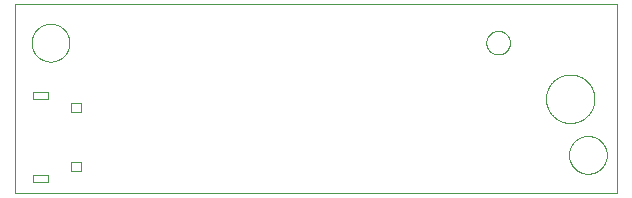
<source format=gko>
G75*
%MOIN*%
%OFA0B0*%
%FSLAX25Y25*%
%IPPOS*%
%LPD*%
%AMOC8*
5,1,8,0,0,1.08239X$1,22.5*
%
%ADD10C,0.00000*%
D10*
X0003343Y0020744D02*
X0003343Y0083736D01*
X0204131Y0083736D01*
X0204131Y0020744D01*
X0003343Y0020744D01*
X0009366Y0024620D02*
X0014484Y0024620D01*
X0014484Y0026982D01*
X0009366Y0026982D01*
X0009366Y0024620D01*
X0022063Y0028163D02*
X0022063Y0031313D01*
X0025409Y0031313D01*
X0025409Y0028163D01*
X0022063Y0028163D01*
X0022063Y0047848D02*
X0022063Y0050998D01*
X0025409Y0050998D01*
X0025409Y0047848D01*
X0022063Y0047848D01*
X0014484Y0052179D02*
X0014484Y0054541D01*
X0009366Y0054541D01*
X0009366Y0052179D01*
X0014484Y0052179D01*
X0008855Y0070941D02*
X0008857Y0071099D01*
X0008863Y0071257D01*
X0008873Y0071415D01*
X0008887Y0071573D01*
X0008905Y0071730D01*
X0008926Y0071887D01*
X0008952Y0072043D01*
X0008982Y0072199D01*
X0009015Y0072354D01*
X0009053Y0072507D01*
X0009094Y0072660D01*
X0009139Y0072812D01*
X0009188Y0072963D01*
X0009241Y0073112D01*
X0009297Y0073260D01*
X0009357Y0073406D01*
X0009421Y0073551D01*
X0009489Y0073694D01*
X0009560Y0073836D01*
X0009634Y0073976D01*
X0009712Y0074113D01*
X0009794Y0074249D01*
X0009878Y0074383D01*
X0009967Y0074514D01*
X0010058Y0074643D01*
X0010153Y0074770D01*
X0010250Y0074895D01*
X0010351Y0075017D01*
X0010455Y0075136D01*
X0010562Y0075253D01*
X0010672Y0075367D01*
X0010785Y0075478D01*
X0010900Y0075587D01*
X0011018Y0075692D01*
X0011139Y0075794D01*
X0011262Y0075894D01*
X0011388Y0075990D01*
X0011516Y0076083D01*
X0011646Y0076173D01*
X0011779Y0076259D01*
X0011914Y0076343D01*
X0012050Y0076422D01*
X0012189Y0076499D01*
X0012330Y0076571D01*
X0012472Y0076641D01*
X0012616Y0076706D01*
X0012762Y0076768D01*
X0012909Y0076826D01*
X0013058Y0076881D01*
X0013208Y0076932D01*
X0013359Y0076979D01*
X0013511Y0077022D01*
X0013664Y0077061D01*
X0013819Y0077097D01*
X0013974Y0077128D01*
X0014130Y0077156D01*
X0014286Y0077180D01*
X0014443Y0077200D01*
X0014601Y0077216D01*
X0014758Y0077228D01*
X0014917Y0077236D01*
X0015075Y0077240D01*
X0015233Y0077240D01*
X0015391Y0077236D01*
X0015550Y0077228D01*
X0015707Y0077216D01*
X0015865Y0077200D01*
X0016022Y0077180D01*
X0016178Y0077156D01*
X0016334Y0077128D01*
X0016489Y0077097D01*
X0016644Y0077061D01*
X0016797Y0077022D01*
X0016949Y0076979D01*
X0017100Y0076932D01*
X0017250Y0076881D01*
X0017399Y0076826D01*
X0017546Y0076768D01*
X0017692Y0076706D01*
X0017836Y0076641D01*
X0017978Y0076571D01*
X0018119Y0076499D01*
X0018258Y0076422D01*
X0018394Y0076343D01*
X0018529Y0076259D01*
X0018662Y0076173D01*
X0018792Y0076083D01*
X0018920Y0075990D01*
X0019046Y0075894D01*
X0019169Y0075794D01*
X0019290Y0075692D01*
X0019408Y0075587D01*
X0019523Y0075478D01*
X0019636Y0075367D01*
X0019746Y0075253D01*
X0019853Y0075136D01*
X0019957Y0075017D01*
X0020058Y0074895D01*
X0020155Y0074770D01*
X0020250Y0074643D01*
X0020341Y0074514D01*
X0020430Y0074383D01*
X0020514Y0074249D01*
X0020596Y0074113D01*
X0020674Y0073976D01*
X0020748Y0073836D01*
X0020819Y0073694D01*
X0020887Y0073551D01*
X0020951Y0073406D01*
X0021011Y0073260D01*
X0021067Y0073112D01*
X0021120Y0072963D01*
X0021169Y0072812D01*
X0021214Y0072660D01*
X0021255Y0072507D01*
X0021293Y0072354D01*
X0021326Y0072199D01*
X0021356Y0072043D01*
X0021382Y0071887D01*
X0021403Y0071730D01*
X0021421Y0071573D01*
X0021435Y0071415D01*
X0021445Y0071257D01*
X0021451Y0071099D01*
X0021453Y0070941D01*
X0021451Y0070783D01*
X0021445Y0070625D01*
X0021435Y0070467D01*
X0021421Y0070309D01*
X0021403Y0070152D01*
X0021382Y0069995D01*
X0021356Y0069839D01*
X0021326Y0069683D01*
X0021293Y0069528D01*
X0021255Y0069375D01*
X0021214Y0069222D01*
X0021169Y0069070D01*
X0021120Y0068919D01*
X0021067Y0068770D01*
X0021011Y0068622D01*
X0020951Y0068476D01*
X0020887Y0068331D01*
X0020819Y0068188D01*
X0020748Y0068046D01*
X0020674Y0067906D01*
X0020596Y0067769D01*
X0020514Y0067633D01*
X0020430Y0067499D01*
X0020341Y0067368D01*
X0020250Y0067239D01*
X0020155Y0067112D01*
X0020058Y0066987D01*
X0019957Y0066865D01*
X0019853Y0066746D01*
X0019746Y0066629D01*
X0019636Y0066515D01*
X0019523Y0066404D01*
X0019408Y0066295D01*
X0019290Y0066190D01*
X0019169Y0066088D01*
X0019046Y0065988D01*
X0018920Y0065892D01*
X0018792Y0065799D01*
X0018662Y0065709D01*
X0018529Y0065623D01*
X0018394Y0065539D01*
X0018258Y0065460D01*
X0018119Y0065383D01*
X0017978Y0065311D01*
X0017836Y0065241D01*
X0017692Y0065176D01*
X0017546Y0065114D01*
X0017399Y0065056D01*
X0017250Y0065001D01*
X0017100Y0064950D01*
X0016949Y0064903D01*
X0016797Y0064860D01*
X0016644Y0064821D01*
X0016489Y0064785D01*
X0016334Y0064754D01*
X0016178Y0064726D01*
X0016022Y0064702D01*
X0015865Y0064682D01*
X0015707Y0064666D01*
X0015550Y0064654D01*
X0015391Y0064646D01*
X0015233Y0064642D01*
X0015075Y0064642D01*
X0014917Y0064646D01*
X0014758Y0064654D01*
X0014601Y0064666D01*
X0014443Y0064682D01*
X0014286Y0064702D01*
X0014130Y0064726D01*
X0013974Y0064754D01*
X0013819Y0064785D01*
X0013664Y0064821D01*
X0013511Y0064860D01*
X0013359Y0064903D01*
X0013208Y0064950D01*
X0013058Y0065001D01*
X0012909Y0065056D01*
X0012762Y0065114D01*
X0012616Y0065176D01*
X0012472Y0065241D01*
X0012330Y0065311D01*
X0012189Y0065383D01*
X0012050Y0065460D01*
X0011914Y0065539D01*
X0011779Y0065623D01*
X0011646Y0065709D01*
X0011516Y0065799D01*
X0011388Y0065892D01*
X0011262Y0065988D01*
X0011139Y0066088D01*
X0011018Y0066190D01*
X0010900Y0066295D01*
X0010785Y0066404D01*
X0010672Y0066515D01*
X0010562Y0066629D01*
X0010455Y0066746D01*
X0010351Y0066865D01*
X0010250Y0066987D01*
X0010153Y0067112D01*
X0010058Y0067239D01*
X0009967Y0067368D01*
X0009878Y0067499D01*
X0009794Y0067633D01*
X0009712Y0067769D01*
X0009634Y0067906D01*
X0009560Y0068046D01*
X0009489Y0068188D01*
X0009421Y0068331D01*
X0009357Y0068476D01*
X0009297Y0068622D01*
X0009241Y0068770D01*
X0009188Y0068919D01*
X0009139Y0069070D01*
X0009094Y0069222D01*
X0009053Y0069375D01*
X0009015Y0069528D01*
X0008982Y0069683D01*
X0008952Y0069839D01*
X0008926Y0069995D01*
X0008905Y0070152D01*
X0008887Y0070309D01*
X0008873Y0070467D01*
X0008863Y0070625D01*
X0008857Y0070783D01*
X0008855Y0070941D01*
X0160430Y0070941D02*
X0160432Y0071066D01*
X0160438Y0071191D01*
X0160448Y0071315D01*
X0160462Y0071439D01*
X0160479Y0071563D01*
X0160501Y0071686D01*
X0160527Y0071808D01*
X0160556Y0071930D01*
X0160589Y0072050D01*
X0160627Y0072169D01*
X0160667Y0072288D01*
X0160712Y0072404D01*
X0160760Y0072519D01*
X0160812Y0072633D01*
X0160868Y0072745D01*
X0160927Y0072855D01*
X0160989Y0072963D01*
X0161055Y0073070D01*
X0161124Y0073174D01*
X0161197Y0073275D01*
X0161272Y0073375D01*
X0161351Y0073472D01*
X0161433Y0073566D01*
X0161518Y0073658D01*
X0161605Y0073747D01*
X0161696Y0073833D01*
X0161789Y0073916D01*
X0161885Y0073997D01*
X0161983Y0074074D01*
X0162083Y0074148D01*
X0162186Y0074219D01*
X0162291Y0074286D01*
X0162399Y0074351D01*
X0162508Y0074411D01*
X0162619Y0074469D01*
X0162732Y0074522D01*
X0162846Y0074572D01*
X0162962Y0074619D01*
X0163079Y0074661D01*
X0163198Y0074700D01*
X0163318Y0074736D01*
X0163439Y0074767D01*
X0163561Y0074795D01*
X0163683Y0074818D01*
X0163807Y0074838D01*
X0163931Y0074854D01*
X0164055Y0074866D01*
X0164180Y0074874D01*
X0164305Y0074878D01*
X0164429Y0074878D01*
X0164554Y0074874D01*
X0164679Y0074866D01*
X0164803Y0074854D01*
X0164927Y0074838D01*
X0165051Y0074818D01*
X0165173Y0074795D01*
X0165295Y0074767D01*
X0165416Y0074736D01*
X0165536Y0074700D01*
X0165655Y0074661D01*
X0165772Y0074619D01*
X0165888Y0074572D01*
X0166002Y0074522D01*
X0166115Y0074469D01*
X0166226Y0074411D01*
X0166336Y0074351D01*
X0166443Y0074286D01*
X0166548Y0074219D01*
X0166651Y0074148D01*
X0166751Y0074074D01*
X0166849Y0073997D01*
X0166945Y0073916D01*
X0167038Y0073833D01*
X0167129Y0073747D01*
X0167216Y0073658D01*
X0167301Y0073566D01*
X0167383Y0073472D01*
X0167462Y0073375D01*
X0167537Y0073275D01*
X0167610Y0073174D01*
X0167679Y0073070D01*
X0167745Y0072963D01*
X0167807Y0072855D01*
X0167866Y0072745D01*
X0167922Y0072633D01*
X0167974Y0072519D01*
X0168022Y0072404D01*
X0168067Y0072288D01*
X0168107Y0072169D01*
X0168145Y0072050D01*
X0168178Y0071930D01*
X0168207Y0071808D01*
X0168233Y0071686D01*
X0168255Y0071563D01*
X0168272Y0071439D01*
X0168286Y0071315D01*
X0168296Y0071191D01*
X0168302Y0071066D01*
X0168304Y0070941D01*
X0168302Y0070816D01*
X0168296Y0070691D01*
X0168286Y0070567D01*
X0168272Y0070443D01*
X0168255Y0070319D01*
X0168233Y0070196D01*
X0168207Y0070074D01*
X0168178Y0069952D01*
X0168145Y0069832D01*
X0168107Y0069713D01*
X0168067Y0069594D01*
X0168022Y0069478D01*
X0167974Y0069363D01*
X0167922Y0069249D01*
X0167866Y0069137D01*
X0167807Y0069027D01*
X0167745Y0068919D01*
X0167679Y0068812D01*
X0167610Y0068708D01*
X0167537Y0068607D01*
X0167462Y0068507D01*
X0167383Y0068410D01*
X0167301Y0068316D01*
X0167216Y0068224D01*
X0167129Y0068135D01*
X0167038Y0068049D01*
X0166945Y0067966D01*
X0166849Y0067885D01*
X0166751Y0067808D01*
X0166651Y0067734D01*
X0166548Y0067663D01*
X0166443Y0067596D01*
X0166335Y0067531D01*
X0166226Y0067471D01*
X0166115Y0067413D01*
X0166002Y0067360D01*
X0165888Y0067310D01*
X0165772Y0067263D01*
X0165655Y0067221D01*
X0165536Y0067182D01*
X0165416Y0067146D01*
X0165295Y0067115D01*
X0165173Y0067087D01*
X0165051Y0067064D01*
X0164927Y0067044D01*
X0164803Y0067028D01*
X0164679Y0067016D01*
X0164554Y0067008D01*
X0164429Y0067004D01*
X0164305Y0067004D01*
X0164180Y0067008D01*
X0164055Y0067016D01*
X0163931Y0067028D01*
X0163807Y0067044D01*
X0163683Y0067064D01*
X0163561Y0067087D01*
X0163439Y0067115D01*
X0163318Y0067146D01*
X0163198Y0067182D01*
X0163079Y0067221D01*
X0162962Y0067263D01*
X0162846Y0067310D01*
X0162732Y0067360D01*
X0162619Y0067413D01*
X0162508Y0067471D01*
X0162398Y0067531D01*
X0162291Y0067596D01*
X0162186Y0067663D01*
X0162083Y0067734D01*
X0161983Y0067808D01*
X0161885Y0067885D01*
X0161789Y0067966D01*
X0161696Y0068049D01*
X0161605Y0068135D01*
X0161518Y0068224D01*
X0161433Y0068316D01*
X0161351Y0068410D01*
X0161272Y0068507D01*
X0161197Y0068607D01*
X0161124Y0068708D01*
X0161055Y0068812D01*
X0160989Y0068919D01*
X0160927Y0069027D01*
X0160868Y0069137D01*
X0160812Y0069249D01*
X0160760Y0069363D01*
X0160712Y0069478D01*
X0160667Y0069594D01*
X0160627Y0069713D01*
X0160589Y0069832D01*
X0160556Y0069952D01*
X0160527Y0070074D01*
X0160501Y0070196D01*
X0160479Y0070319D01*
X0160462Y0070443D01*
X0160448Y0070567D01*
X0160438Y0070691D01*
X0160432Y0070816D01*
X0160430Y0070941D01*
X0180312Y0052240D02*
X0180314Y0052438D01*
X0180322Y0052636D01*
X0180334Y0052834D01*
X0180351Y0053031D01*
X0180373Y0053228D01*
X0180399Y0053424D01*
X0180431Y0053620D01*
X0180467Y0053815D01*
X0180508Y0054008D01*
X0180554Y0054201D01*
X0180604Y0054393D01*
X0180660Y0054583D01*
X0180719Y0054772D01*
X0180784Y0054959D01*
X0180853Y0055145D01*
X0180926Y0055329D01*
X0181004Y0055511D01*
X0181087Y0055691D01*
X0181174Y0055869D01*
X0181265Y0056045D01*
X0181361Y0056218D01*
X0181460Y0056389D01*
X0181564Y0056558D01*
X0181672Y0056724D01*
X0181784Y0056887D01*
X0181900Y0057048D01*
X0182020Y0057206D01*
X0182144Y0057360D01*
X0182272Y0057512D01*
X0182403Y0057660D01*
X0182538Y0057805D01*
X0182676Y0057947D01*
X0182818Y0058085D01*
X0182963Y0058220D01*
X0183111Y0058351D01*
X0183263Y0058479D01*
X0183417Y0058603D01*
X0183575Y0058723D01*
X0183736Y0058839D01*
X0183899Y0058951D01*
X0184065Y0059059D01*
X0184234Y0059163D01*
X0184405Y0059262D01*
X0184578Y0059358D01*
X0184754Y0059449D01*
X0184932Y0059536D01*
X0185112Y0059619D01*
X0185294Y0059697D01*
X0185478Y0059770D01*
X0185664Y0059839D01*
X0185851Y0059904D01*
X0186040Y0059963D01*
X0186230Y0060019D01*
X0186422Y0060069D01*
X0186615Y0060115D01*
X0186808Y0060156D01*
X0187003Y0060192D01*
X0187199Y0060224D01*
X0187395Y0060250D01*
X0187592Y0060272D01*
X0187789Y0060289D01*
X0187987Y0060301D01*
X0188185Y0060309D01*
X0188383Y0060311D01*
X0188581Y0060309D01*
X0188779Y0060301D01*
X0188977Y0060289D01*
X0189174Y0060272D01*
X0189371Y0060250D01*
X0189567Y0060224D01*
X0189763Y0060192D01*
X0189958Y0060156D01*
X0190151Y0060115D01*
X0190344Y0060069D01*
X0190536Y0060019D01*
X0190726Y0059963D01*
X0190915Y0059904D01*
X0191102Y0059839D01*
X0191288Y0059770D01*
X0191472Y0059697D01*
X0191654Y0059619D01*
X0191834Y0059536D01*
X0192012Y0059449D01*
X0192188Y0059358D01*
X0192361Y0059262D01*
X0192532Y0059163D01*
X0192701Y0059059D01*
X0192867Y0058951D01*
X0193030Y0058839D01*
X0193191Y0058723D01*
X0193349Y0058603D01*
X0193503Y0058479D01*
X0193655Y0058351D01*
X0193803Y0058220D01*
X0193948Y0058085D01*
X0194090Y0057947D01*
X0194228Y0057805D01*
X0194363Y0057660D01*
X0194494Y0057512D01*
X0194622Y0057360D01*
X0194746Y0057206D01*
X0194866Y0057048D01*
X0194982Y0056887D01*
X0195094Y0056724D01*
X0195202Y0056558D01*
X0195306Y0056389D01*
X0195405Y0056218D01*
X0195501Y0056045D01*
X0195592Y0055869D01*
X0195679Y0055691D01*
X0195762Y0055511D01*
X0195840Y0055329D01*
X0195913Y0055145D01*
X0195982Y0054959D01*
X0196047Y0054772D01*
X0196106Y0054583D01*
X0196162Y0054393D01*
X0196212Y0054201D01*
X0196258Y0054008D01*
X0196299Y0053815D01*
X0196335Y0053620D01*
X0196367Y0053424D01*
X0196393Y0053228D01*
X0196415Y0053031D01*
X0196432Y0052834D01*
X0196444Y0052636D01*
X0196452Y0052438D01*
X0196454Y0052240D01*
X0196452Y0052042D01*
X0196444Y0051844D01*
X0196432Y0051646D01*
X0196415Y0051449D01*
X0196393Y0051252D01*
X0196367Y0051056D01*
X0196335Y0050860D01*
X0196299Y0050665D01*
X0196258Y0050472D01*
X0196212Y0050279D01*
X0196162Y0050087D01*
X0196106Y0049897D01*
X0196047Y0049708D01*
X0195982Y0049521D01*
X0195913Y0049335D01*
X0195840Y0049151D01*
X0195762Y0048969D01*
X0195679Y0048789D01*
X0195592Y0048611D01*
X0195501Y0048435D01*
X0195405Y0048262D01*
X0195306Y0048091D01*
X0195202Y0047922D01*
X0195094Y0047756D01*
X0194982Y0047593D01*
X0194866Y0047432D01*
X0194746Y0047274D01*
X0194622Y0047120D01*
X0194494Y0046968D01*
X0194363Y0046820D01*
X0194228Y0046675D01*
X0194090Y0046533D01*
X0193948Y0046395D01*
X0193803Y0046260D01*
X0193655Y0046129D01*
X0193503Y0046001D01*
X0193349Y0045877D01*
X0193191Y0045757D01*
X0193030Y0045641D01*
X0192867Y0045529D01*
X0192701Y0045421D01*
X0192532Y0045317D01*
X0192361Y0045218D01*
X0192188Y0045122D01*
X0192012Y0045031D01*
X0191834Y0044944D01*
X0191654Y0044861D01*
X0191472Y0044783D01*
X0191288Y0044710D01*
X0191102Y0044641D01*
X0190915Y0044576D01*
X0190726Y0044517D01*
X0190536Y0044461D01*
X0190344Y0044411D01*
X0190151Y0044365D01*
X0189958Y0044324D01*
X0189763Y0044288D01*
X0189567Y0044256D01*
X0189371Y0044230D01*
X0189174Y0044208D01*
X0188977Y0044191D01*
X0188779Y0044179D01*
X0188581Y0044171D01*
X0188383Y0044169D01*
X0188185Y0044171D01*
X0187987Y0044179D01*
X0187789Y0044191D01*
X0187592Y0044208D01*
X0187395Y0044230D01*
X0187199Y0044256D01*
X0187003Y0044288D01*
X0186808Y0044324D01*
X0186615Y0044365D01*
X0186422Y0044411D01*
X0186230Y0044461D01*
X0186040Y0044517D01*
X0185851Y0044576D01*
X0185664Y0044641D01*
X0185478Y0044710D01*
X0185294Y0044783D01*
X0185112Y0044861D01*
X0184932Y0044944D01*
X0184754Y0045031D01*
X0184578Y0045122D01*
X0184405Y0045218D01*
X0184234Y0045317D01*
X0184065Y0045421D01*
X0183899Y0045529D01*
X0183736Y0045641D01*
X0183575Y0045757D01*
X0183417Y0045877D01*
X0183263Y0046001D01*
X0183111Y0046129D01*
X0182963Y0046260D01*
X0182818Y0046395D01*
X0182676Y0046533D01*
X0182538Y0046675D01*
X0182403Y0046820D01*
X0182272Y0046968D01*
X0182144Y0047120D01*
X0182020Y0047274D01*
X0181900Y0047432D01*
X0181784Y0047593D01*
X0181672Y0047756D01*
X0181564Y0047922D01*
X0181460Y0048091D01*
X0181361Y0048262D01*
X0181265Y0048435D01*
X0181174Y0048611D01*
X0181087Y0048789D01*
X0181004Y0048969D01*
X0180926Y0049151D01*
X0180853Y0049335D01*
X0180784Y0049521D01*
X0180719Y0049708D01*
X0180660Y0049897D01*
X0180604Y0050087D01*
X0180554Y0050279D01*
X0180508Y0050472D01*
X0180467Y0050665D01*
X0180431Y0050860D01*
X0180399Y0051056D01*
X0180373Y0051252D01*
X0180351Y0051449D01*
X0180334Y0051646D01*
X0180322Y0051844D01*
X0180314Y0052042D01*
X0180312Y0052240D01*
X0187989Y0033539D02*
X0187991Y0033697D01*
X0187997Y0033855D01*
X0188007Y0034013D01*
X0188021Y0034171D01*
X0188039Y0034328D01*
X0188060Y0034485D01*
X0188086Y0034641D01*
X0188116Y0034797D01*
X0188149Y0034952D01*
X0188187Y0035105D01*
X0188228Y0035258D01*
X0188273Y0035410D01*
X0188322Y0035561D01*
X0188375Y0035710D01*
X0188431Y0035858D01*
X0188491Y0036004D01*
X0188555Y0036149D01*
X0188623Y0036292D01*
X0188694Y0036434D01*
X0188768Y0036574D01*
X0188846Y0036711D01*
X0188928Y0036847D01*
X0189012Y0036981D01*
X0189101Y0037112D01*
X0189192Y0037241D01*
X0189287Y0037368D01*
X0189384Y0037493D01*
X0189485Y0037615D01*
X0189589Y0037734D01*
X0189696Y0037851D01*
X0189806Y0037965D01*
X0189919Y0038076D01*
X0190034Y0038185D01*
X0190152Y0038290D01*
X0190273Y0038392D01*
X0190396Y0038492D01*
X0190522Y0038588D01*
X0190650Y0038681D01*
X0190780Y0038771D01*
X0190913Y0038857D01*
X0191048Y0038941D01*
X0191184Y0039020D01*
X0191323Y0039097D01*
X0191464Y0039169D01*
X0191606Y0039239D01*
X0191750Y0039304D01*
X0191896Y0039366D01*
X0192043Y0039424D01*
X0192192Y0039479D01*
X0192342Y0039530D01*
X0192493Y0039577D01*
X0192645Y0039620D01*
X0192798Y0039659D01*
X0192953Y0039695D01*
X0193108Y0039726D01*
X0193264Y0039754D01*
X0193420Y0039778D01*
X0193577Y0039798D01*
X0193735Y0039814D01*
X0193892Y0039826D01*
X0194051Y0039834D01*
X0194209Y0039838D01*
X0194367Y0039838D01*
X0194525Y0039834D01*
X0194684Y0039826D01*
X0194841Y0039814D01*
X0194999Y0039798D01*
X0195156Y0039778D01*
X0195312Y0039754D01*
X0195468Y0039726D01*
X0195623Y0039695D01*
X0195778Y0039659D01*
X0195931Y0039620D01*
X0196083Y0039577D01*
X0196234Y0039530D01*
X0196384Y0039479D01*
X0196533Y0039424D01*
X0196680Y0039366D01*
X0196826Y0039304D01*
X0196970Y0039239D01*
X0197112Y0039169D01*
X0197253Y0039097D01*
X0197392Y0039020D01*
X0197528Y0038941D01*
X0197663Y0038857D01*
X0197796Y0038771D01*
X0197926Y0038681D01*
X0198054Y0038588D01*
X0198180Y0038492D01*
X0198303Y0038392D01*
X0198424Y0038290D01*
X0198542Y0038185D01*
X0198657Y0038076D01*
X0198770Y0037965D01*
X0198880Y0037851D01*
X0198987Y0037734D01*
X0199091Y0037615D01*
X0199192Y0037493D01*
X0199289Y0037368D01*
X0199384Y0037241D01*
X0199475Y0037112D01*
X0199564Y0036981D01*
X0199648Y0036847D01*
X0199730Y0036711D01*
X0199808Y0036574D01*
X0199882Y0036434D01*
X0199953Y0036292D01*
X0200021Y0036149D01*
X0200085Y0036004D01*
X0200145Y0035858D01*
X0200201Y0035710D01*
X0200254Y0035561D01*
X0200303Y0035410D01*
X0200348Y0035258D01*
X0200389Y0035105D01*
X0200427Y0034952D01*
X0200460Y0034797D01*
X0200490Y0034641D01*
X0200516Y0034485D01*
X0200537Y0034328D01*
X0200555Y0034171D01*
X0200569Y0034013D01*
X0200579Y0033855D01*
X0200585Y0033697D01*
X0200587Y0033539D01*
X0200585Y0033381D01*
X0200579Y0033223D01*
X0200569Y0033065D01*
X0200555Y0032907D01*
X0200537Y0032750D01*
X0200516Y0032593D01*
X0200490Y0032437D01*
X0200460Y0032281D01*
X0200427Y0032126D01*
X0200389Y0031973D01*
X0200348Y0031820D01*
X0200303Y0031668D01*
X0200254Y0031517D01*
X0200201Y0031368D01*
X0200145Y0031220D01*
X0200085Y0031074D01*
X0200021Y0030929D01*
X0199953Y0030786D01*
X0199882Y0030644D01*
X0199808Y0030504D01*
X0199730Y0030367D01*
X0199648Y0030231D01*
X0199564Y0030097D01*
X0199475Y0029966D01*
X0199384Y0029837D01*
X0199289Y0029710D01*
X0199192Y0029585D01*
X0199091Y0029463D01*
X0198987Y0029344D01*
X0198880Y0029227D01*
X0198770Y0029113D01*
X0198657Y0029002D01*
X0198542Y0028893D01*
X0198424Y0028788D01*
X0198303Y0028686D01*
X0198180Y0028586D01*
X0198054Y0028490D01*
X0197926Y0028397D01*
X0197796Y0028307D01*
X0197663Y0028221D01*
X0197528Y0028137D01*
X0197392Y0028058D01*
X0197253Y0027981D01*
X0197112Y0027909D01*
X0196970Y0027839D01*
X0196826Y0027774D01*
X0196680Y0027712D01*
X0196533Y0027654D01*
X0196384Y0027599D01*
X0196234Y0027548D01*
X0196083Y0027501D01*
X0195931Y0027458D01*
X0195778Y0027419D01*
X0195623Y0027383D01*
X0195468Y0027352D01*
X0195312Y0027324D01*
X0195156Y0027300D01*
X0194999Y0027280D01*
X0194841Y0027264D01*
X0194684Y0027252D01*
X0194525Y0027244D01*
X0194367Y0027240D01*
X0194209Y0027240D01*
X0194051Y0027244D01*
X0193892Y0027252D01*
X0193735Y0027264D01*
X0193577Y0027280D01*
X0193420Y0027300D01*
X0193264Y0027324D01*
X0193108Y0027352D01*
X0192953Y0027383D01*
X0192798Y0027419D01*
X0192645Y0027458D01*
X0192493Y0027501D01*
X0192342Y0027548D01*
X0192192Y0027599D01*
X0192043Y0027654D01*
X0191896Y0027712D01*
X0191750Y0027774D01*
X0191606Y0027839D01*
X0191464Y0027909D01*
X0191323Y0027981D01*
X0191184Y0028058D01*
X0191048Y0028137D01*
X0190913Y0028221D01*
X0190780Y0028307D01*
X0190650Y0028397D01*
X0190522Y0028490D01*
X0190396Y0028586D01*
X0190273Y0028686D01*
X0190152Y0028788D01*
X0190034Y0028893D01*
X0189919Y0029002D01*
X0189806Y0029113D01*
X0189696Y0029227D01*
X0189589Y0029344D01*
X0189485Y0029463D01*
X0189384Y0029585D01*
X0189287Y0029710D01*
X0189192Y0029837D01*
X0189101Y0029966D01*
X0189012Y0030097D01*
X0188928Y0030231D01*
X0188846Y0030367D01*
X0188768Y0030504D01*
X0188694Y0030644D01*
X0188623Y0030786D01*
X0188555Y0030929D01*
X0188491Y0031074D01*
X0188431Y0031220D01*
X0188375Y0031368D01*
X0188322Y0031517D01*
X0188273Y0031668D01*
X0188228Y0031820D01*
X0188187Y0031973D01*
X0188149Y0032126D01*
X0188116Y0032281D01*
X0188086Y0032437D01*
X0188060Y0032593D01*
X0188039Y0032750D01*
X0188021Y0032907D01*
X0188007Y0033065D01*
X0187997Y0033223D01*
X0187991Y0033381D01*
X0187989Y0033539D01*
M02*

</source>
